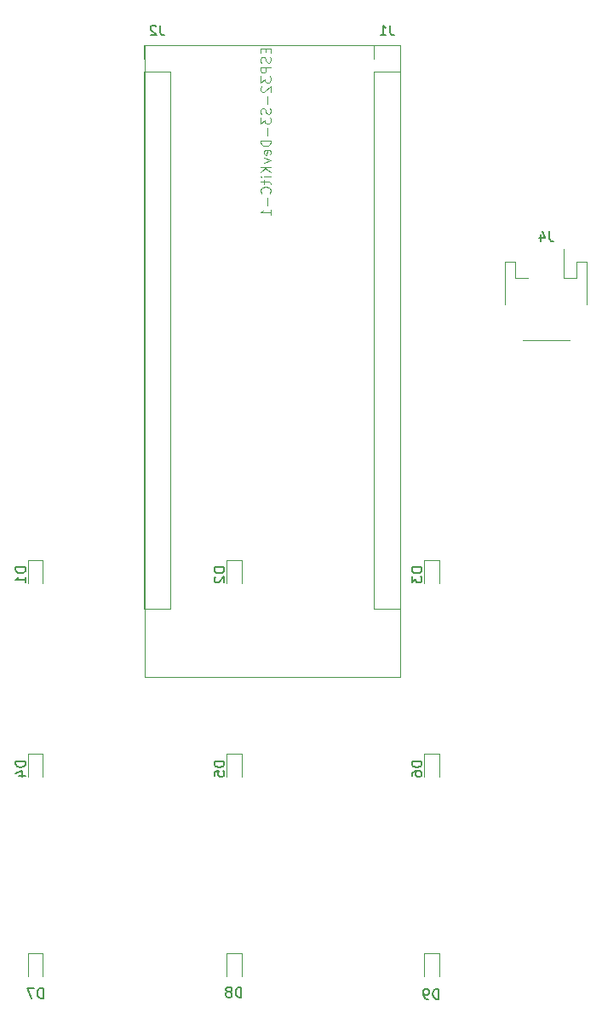
<source format=gbr>
%TF.GenerationSoftware,KiCad,Pcbnew,8.0.3*%
%TF.CreationDate,2024-07-18T02:13:28+08:00*%
%TF.ProjectId,sesto_remote_v2,73657374-6f5f-4726-956d-6f74655f7632,rev?*%
%TF.SameCoordinates,Original*%
%TF.FileFunction,Legend,Bot*%
%TF.FilePolarity,Positive*%
%FSLAX46Y46*%
G04 Gerber Fmt 4.6, Leading zero omitted, Abs format (unit mm)*
G04 Created by KiCad (PCBNEW 8.0.3) date 2024-07-18 02:13:28*
%MOMM*%
%LPD*%
G01*
G04 APERTURE LIST*
%ADD10C,0.100000*%
%ADD11C,0.150000*%
%ADD12C,0.120000*%
G04 APERTURE END LIST*
D10*
X93628609Y-39123884D02*
X93628609Y-39457217D01*
X94152419Y-39600074D02*
X94152419Y-39123884D01*
X94152419Y-39123884D02*
X93152419Y-39123884D01*
X93152419Y-39123884D02*
X93152419Y-39600074D01*
X94104800Y-39981027D02*
X94152419Y-40123884D01*
X94152419Y-40123884D02*
X94152419Y-40361979D01*
X94152419Y-40361979D02*
X94104800Y-40457217D01*
X94104800Y-40457217D02*
X94057180Y-40504836D01*
X94057180Y-40504836D02*
X93961942Y-40552455D01*
X93961942Y-40552455D02*
X93866704Y-40552455D01*
X93866704Y-40552455D02*
X93771466Y-40504836D01*
X93771466Y-40504836D02*
X93723847Y-40457217D01*
X93723847Y-40457217D02*
X93676228Y-40361979D01*
X93676228Y-40361979D02*
X93628609Y-40171503D01*
X93628609Y-40171503D02*
X93580990Y-40076265D01*
X93580990Y-40076265D02*
X93533371Y-40028646D01*
X93533371Y-40028646D02*
X93438133Y-39981027D01*
X93438133Y-39981027D02*
X93342895Y-39981027D01*
X93342895Y-39981027D02*
X93247657Y-40028646D01*
X93247657Y-40028646D02*
X93200038Y-40076265D01*
X93200038Y-40076265D02*
X93152419Y-40171503D01*
X93152419Y-40171503D02*
X93152419Y-40409598D01*
X93152419Y-40409598D02*
X93200038Y-40552455D01*
X94152419Y-40981027D02*
X93152419Y-40981027D01*
X93152419Y-40981027D02*
X93152419Y-41361979D01*
X93152419Y-41361979D02*
X93200038Y-41457217D01*
X93200038Y-41457217D02*
X93247657Y-41504836D01*
X93247657Y-41504836D02*
X93342895Y-41552455D01*
X93342895Y-41552455D02*
X93485752Y-41552455D01*
X93485752Y-41552455D02*
X93580990Y-41504836D01*
X93580990Y-41504836D02*
X93628609Y-41457217D01*
X93628609Y-41457217D02*
X93676228Y-41361979D01*
X93676228Y-41361979D02*
X93676228Y-40981027D01*
X93152419Y-41885789D02*
X93152419Y-42504836D01*
X93152419Y-42504836D02*
X93533371Y-42171503D01*
X93533371Y-42171503D02*
X93533371Y-42314360D01*
X93533371Y-42314360D02*
X93580990Y-42409598D01*
X93580990Y-42409598D02*
X93628609Y-42457217D01*
X93628609Y-42457217D02*
X93723847Y-42504836D01*
X93723847Y-42504836D02*
X93961942Y-42504836D01*
X93961942Y-42504836D02*
X94057180Y-42457217D01*
X94057180Y-42457217D02*
X94104800Y-42409598D01*
X94104800Y-42409598D02*
X94152419Y-42314360D01*
X94152419Y-42314360D02*
X94152419Y-42028646D01*
X94152419Y-42028646D02*
X94104800Y-41933408D01*
X94104800Y-41933408D02*
X94057180Y-41885789D01*
X93247657Y-42885789D02*
X93200038Y-42933408D01*
X93200038Y-42933408D02*
X93152419Y-43028646D01*
X93152419Y-43028646D02*
X93152419Y-43266741D01*
X93152419Y-43266741D02*
X93200038Y-43361979D01*
X93200038Y-43361979D02*
X93247657Y-43409598D01*
X93247657Y-43409598D02*
X93342895Y-43457217D01*
X93342895Y-43457217D02*
X93438133Y-43457217D01*
X93438133Y-43457217D02*
X93580990Y-43409598D01*
X93580990Y-43409598D02*
X94152419Y-42838170D01*
X94152419Y-42838170D02*
X94152419Y-43457217D01*
X93771466Y-43885789D02*
X93771466Y-44647694D01*
X94104800Y-45076265D02*
X94152419Y-45219122D01*
X94152419Y-45219122D02*
X94152419Y-45457217D01*
X94152419Y-45457217D02*
X94104800Y-45552455D01*
X94104800Y-45552455D02*
X94057180Y-45600074D01*
X94057180Y-45600074D02*
X93961942Y-45647693D01*
X93961942Y-45647693D02*
X93866704Y-45647693D01*
X93866704Y-45647693D02*
X93771466Y-45600074D01*
X93771466Y-45600074D02*
X93723847Y-45552455D01*
X93723847Y-45552455D02*
X93676228Y-45457217D01*
X93676228Y-45457217D02*
X93628609Y-45266741D01*
X93628609Y-45266741D02*
X93580990Y-45171503D01*
X93580990Y-45171503D02*
X93533371Y-45123884D01*
X93533371Y-45123884D02*
X93438133Y-45076265D01*
X93438133Y-45076265D02*
X93342895Y-45076265D01*
X93342895Y-45076265D02*
X93247657Y-45123884D01*
X93247657Y-45123884D02*
X93200038Y-45171503D01*
X93200038Y-45171503D02*
X93152419Y-45266741D01*
X93152419Y-45266741D02*
X93152419Y-45504836D01*
X93152419Y-45504836D02*
X93200038Y-45647693D01*
X93152419Y-45981027D02*
X93152419Y-46600074D01*
X93152419Y-46600074D02*
X93533371Y-46266741D01*
X93533371Y-46266741D02*
X93533371Y-46409598D01*
X93533371Y-46409598D02*
X93580990Y-46504836D01*
X93580990Y-46504836D02*
X93628609Y-46552455D01*
X93628609Y-46552455D02*
X93723847Y-46600074D01*
X93723847Y-46600074D02*
X93961942Y-46600074D01*
X93961942Y-46600074D02*
X94057180Y-46552455D01*
X94057180Y-46552455D02*
X94104800Y-46504836D01*
X94104800Y-46504836D02*
X94152419Y-46409598D01*
X94152419Y-46409598D02*
X94152419Y-46123884D01*
X94152419Y-46123884D02*
X94104800Y-46028646D01*
X94104800Y-46028646D02*
X94057180Y-45981027D01*
X93771466Y-47028646D02*
X93771466Y-47790551D01*
X94152419Y-48266741D02*
X93152419Y-48266741D01*
X93152419Y-48266741D02*
X93152419Y-48504836D01*
X93152419Y-48504836D02*
X93200038Y-48647693D01*
X93200038Y-48647693D02*
X93295276Y-48742931D01*
X93295276Y-48742931D02*
X93390514Y-48790550D01*
X93390514Y-48790550D02*
X93580990Y-48838169D01*
X93580990Y-48838169D02*
X93723847Y-48838169D01*
X93723847Y-48838169D02*
X93914323Y-48790550D01*
X93914323Y-48790550D02*
X94009561Y-48742931D01*
X94009561Y-48742931D02*
X94104800Y-48647693D01*
X94104800Y-48647693D02*
X94152419Y-48504836D01*
X94152419Y-48504836D02*
X94152419Y-48266741D01*
X94104800Y-49647693D02*
X94152419Y-49552455D01*
X94152419Y-49552455D02*
X94152419Y-49361979D01*
X94152419Y-49361979D02*
X94104800Y-49266741D01*
X94104800Y-49266741D02*
X94009561Y-49219122D01*
X94009561Y-49219122D02*
X93628609Y-49219122D01*
X93628609Y-49219122D02*
X93533371Y-49266741D01*
X93533371Y-49266741D02*
X93485752Y-49361979D01*
X93485752Y-49361979D02*
X93485752Y-49552455D01*
X93485752Y-49552455D02*
X93533371Y-49647693D01*
X93533371Y-49647693D02*
X93628609Y-49695312D01*
X93628609Y-49695312D02*
X93723847Y-49695312D01*
X93723847Y-49695312D02*
X93819085Y-49219122D01*
X93485752Y-50028646D02*
X94152419Y-50266741D01*
X94152419Y-50266741D02*
X93485752Y-50504836D01*
X94152419Y-50885789D02*
X93152419Y-50885789D01*
X94152419Y-51457217D02*
X93580990Y-51028646D01*
X93152419Y-51457217D02*
X93723847Y-50885789D01*
X94152419Y-51885789D02*
X93485752Y-51885789D01*
X93152419Y-51885789D02*
X93200038Y-51838170D01*
X93200038Y-51838170D02*
X93247657Y-51885789D01*
X93247657Y-51885789D02*
X93200038Y-51933408D01*
X93200038Y-51933408D02*
X93152419Y-51885789D01*
X93152419Y-51885789D02*
X93247657Y-51885789D01*
X93485752Y-52219122D02*
X93485752Y-52600074D01*
X93152419Y-52361979D02*
X94009561Y-52361979D01*
X94009561Y-52361979D02*
X94104800Y-52409598D01*
X94104800Y-52409598D02*
X94152419Y-52504836D01*
X94152419Y-52504836D02*
X94152419Y-52600074D01*
X94057180Y-53504836D02*
X94104800Y-53457217D01*
X94104800Y-53457217D02*
X94152419Y-53314360D01*
X94152419Y-53314360D02*
X94152419Y-53219122D01*
X94152419Y-53219122D02*
X94104800Y-53076265D01*
X94104800Y-53076265D02*
X94009561Y-52981027D01*
X94009561Y-52981027D02*
X93914323Y-52933408D01*
X93914323Y-52933408D02*
X93723847Y-52885789D01*
X93723847Y-52885789D02*
X93580990Y-52885789D01*
X93580990Y-52885789D02*
X93390514Y-52933408D01*
X93390514Y-52933408D02*
X93295276Y-52981027D01*
X93295276Y-52981027D02*
X93200038Y-53076265D01*
X93200038Y-53076265D02*
X93152419Y-53219122D01*
X93152419Y-53219122D02*
X93152419Y-53314360D01*
X93152419Y-53314360D02*
X93200038Y-53457217D01*
X93200038Y-53457217D02*
X93247657Y-53504836D01*
X93771466Y-53933408D02*
X93771466Y-54695313D01*
X94152419Y-55695312D02*
X94152419Y-55123884D01*
X94152419Y-55409598D02*
X93152419Y-55409598D01*
X93152419Y-55409598D02*
X93295276Y-55314360D01*
X93295276Y-55314360D02*
X93390514Y-55219122D01*
X93390514Y-55219122D02*
X93438133Y-55123884D01*
X81580000Y-38820000D02*
X106980000Y-38820000D01*
X106980000Y-101560000D01*
X81580000Y-101560000D01*
X81580000Y-38820000D01*
D11*
X121853333Y-57294819D02*
X121853333Y-58009104D01*
X121853333Y-58009104D02*
X121900952Y-58151961D01*
X121900952Y-58151961D02*
X121996190Y-58247200D01*
X121996190Y-58247200D02*
X122139047Y-58294819D01*
X122139047Y-58294819D02*
X122234285Y-58294819D01*
X120948571Y-57628152D02*
X120948571Y-58294819D01*
X121186666Y-57247200D02*
X121424761Y-57961485D01*
X121424761Y-57961485D02*
X120805714Y-57961485D01*
X109164819Y-109924405D02*
X108164819Y-109924405D01*
X108164819Y-109924405D02*
X108164819Y-110162500D01*
X108164819Y-110162500D02*
X108212438Y-110305357D01*
X108212438Y-110305357D02*
X108307676Y-110400595D01*
X108307676Y-110400595D02*
X108402914Y-110448214D01*
X108402914Y-110448214D02*
X108593390Y-110495833D01*
X108593390Y-110495833D02*
X108736247Y-110495833D01*
X108736247Y-110495833D02*
X108926723Y-110448214D01*
X108926723Y-110448214D02*
X109021961Y-110400595D01*
X109021961Y-110400595D02*
X109117200Y-110305357D01*
X109117200Y-110305357D02*
X109164819Y-110162500D01*
X109164819Y-110162500D02*
X109164819Y-109924405D01*
X108164819Y-111352976D02*
X108164819Y-111162500D01*
X108164819Y-111162500D02*
X108212438Y-111067262D01*
X108212438Y-111067262D02*
X108260057Y-111019643D01*
X108260057Y-111019643D02*
X108402914Y-110924405D01*
X108402914Y-110924405D02*
X108593390Y-110876786D01*
X108593390Y-110876786D02*
X108974342Y-110876786D01*
X108974342Y-110876786D02*
X109069580Y-110924405D01*
X109069580Y-110924405D02*
X109117200Y-110972024D01*
X109117200Y-110972024D02*
X109164819Y-111067262D01*
X109164819Y-111067262D02*
X109164819Y-111257738D01*
X109164819Y-111257738D02*
X109117200Y-111352976D01*
X109117200Y-111352976D02*
X109069580Y-111400595D01*
X109069580Y-111400595D02*
X108974342Y-111448214D01*
X108974342Y-111448214D02*
X108736247Y-111448214D01*
X108736247Y-111448214D02*
X108641009Y-111400595D01*
X108641009Y-111400595D02*
X108593390Y-111352976D01*
X108593390Y-111352976D02*
X108545771Y-111257738D01*
X108545771Y-111257738D02*
X108545771Y-111067262D01*
X108545771Y-111067262D02*
X108593390Y-110972024D01*
X108593390Y-110972024D02*
X108641009Y-110924405D01*
X108641009Y-110924405D02*
X108736247Y-110876786D01*
X109164819Y-90661905D02*
X108164819Y-90661905D01*
X108164819Y-90661905D02*
X108164819Y-90900000D01*
X108164819Y-90900000D02*
X108212438Y-91042857D01*
X108212438Y-91042857D02*
X108307676Y-91138095D01*
X108307676Y-91138095D02*
X108402914Y-91185714D01*
X108402914Y-91185714D02*
X108593390Y-91233333D01*
X108593390Y-91233333D02*
X108736247Y-91233333D01*
X108736247Y-91233333D02*
X108926723Y-91185714D01*
X108926723Y-91185714D02*
X109021961Y-91138095D01*
X109021961Y-91138095D02*
X109117200Y-91042857D01*
X109117200Y-91042857D02*
X109164819Y-90900000D01*
X109164819Y-90900000D02*
X109164819Y-90661905D01*
X108164819Y-91566667D02*
X108164819Y-92185714D01*
X108164819Y-92185714D02*
X108545771Y-91852381D01*
X108545771Y-91852381D02*
X108545771Y-91995238D01*
X108545771Y-91995238D02*
X108593390Y-92090476D01*
X108593390Y-92090476D02*
X108641009Y-92138095D01*
X108641009Y-92138095D02*
X108736247Y-92185714D01*
X108736247Y-92185714D02*
X108974342Y-92185714D01*
X108974342Y-92185714D02*
X109069580Y-92138095D01*
X109069580Y-92138095D02*
X109117200Y-92090476D01*
X109117200Y-92090476D02*
X109164819Y-91995238D01*
X109164819Y-91995238D02*
X109164819Y-91709524D01*
X109164819Y-91709524D02*
X109117200Y-91614286D01*
X109117200Y-91614286D02*
X109069580Y-91566667D01*
X110848094Y-133514819D02*
X110848094Y-132514819D01*
X110848094Y-132514819D02*
X110609999Y-132514819D01*
X110609999Y-132514819D02*
X110467142Y-132562438D01*
X110467142Y-132562438D02*
X110371904Y-132657676D01*
X110371904Y-132657676D02*
X110324285Y-132752914D01*
X110324285Y-132752914D02*
X110276666Y-132943390D01*
X110276666Y-132943390D02*
X110276666Y-133086247D01*
X110276666Y-133086247D02*
X110324285Y-133276723D01*
X110324285Y-133276723D02*
X110371904Y-133371961D01*
X110371904Y-133371961D02*
X110467142Y-133467200D01*
X110467142Y-133467200D02*
X110609999Y-133514819D01*
X110609999Y-133514819D02*
X110848094Y-133514819D01*
X109800475Y-133514819D02*
X109609999Y-133514819D01*
X109609999Y-133514819D02*
X109514761Y-133467200D01*
X109514761Y-133467200D02*
X109467142Y-133419580D01*
X109467142Y-133419580D02*
X109371904Y-133276723D01*
X109371904Y-133276723D02*
X109324285Y-133086247D01*
X109324285Y-133086247D02*
X109324285Y-132705295D01*
X109324285Y-132705295D02*
X109371904Y-132610057D01*
X109371904Y-132610057D02*
X109419523Y-132562438D01*
X109419523Y-132562438D02*
X109514761Y-132514819D01*
X109514761Y-132514819D02*
X109705237Y-132514819D01*
X109705237Y-132514819D02*
X109800475Y-132562438D01*
X109800475Y-132562438D02*
X109848094Y-132610057D01*
X109848094Y-132610057D02*
X109895713Y-132705295D01*
X109895713Y-132705295D02*
X109895713Y-132943390D01*
X109895713Y-132943390D02*
X109848094Y-133038628D01*
X109848094Y-133038628D02*
X109800475Y-133086247D01*
X109800475Y-133086247D02*
X109705237Y-133133866D01*
X109705237Y-133133866D02*
X109514761Y-133133866D01*
X109514761Y-133133866D02*
X109419523Y-133086247D01*
X109419523Y-133086247D02*
X109371904Y-133038628D01*
X109371904Y-133038628D02*
X109324285Y-132943390D01*
X106043333Y-36834819D02*
X106043333Y-37549104D01*
X106043333Y-37549104D02*
X106090952Y-37691961D01*
X106090952Y-37691961D02*
X106186190Y-37787200D01*
X106186190Y-37787200D02*
X106329047Y-37834819D01*
X106329047Y-37834819D02*
X106424285Y-37834819D01*
X105043333Y-37834819D02*
X105614761Y-37834819D01*
X105329047Y-37834819D02*
X105329047Y-36834819D01*
X105329047Y-36834819D02*
X105424285Y-36977676D01*
X105424285Y-36977676D02*
X105519523Y-37072914D01*
X105519523Y-37072914D02*
X105614761Y-37120533D01*
X71518094Y-133444819D02*
X71518094Y-132444819D01*
X71518094Y-132444819D02*
X71279999Y-132444819D01*
X71279999Y-132444819D02*
X71137142Y-132492438D01*
X71137142Y-132492438D02*
X71041904Y-132587676D01*
X71041904Y-132587676D02*
X70994285Y-132682914D01*
X70994285Y-132682914D02*
X70946666Y-132873390D01*
X70946666Y-132873390D02*
X70946666Y-133016247D01*
X70946666Y-133016247D02*
X70994285Y-133206723D01*
X70994285Y-133206723D02*
X71041904Y-133301961D01*
X71041904Y-133301961D02*
X71137142Y-133397200D01*
X71137142Y-133397200D02*
X71279999Y-133444819D01*
X71279999Y-133444819D02*
X71518094Y-133444819D01*
X70613332Y-132444819D02*
X69946666Y-132444819D01*
X69946666Y-132444819D02*
X70375237Y-133444819D01*
X69774819Y-90661905D02*
X68774819Y-90661905D01*
X68774819Y-90661905D02*
X68774819Y-90900000D01*
X68774819Y-90900000D02*
X68822438Y-91042857D01*
X68822438Y-91042857D02*
X68917676Y-91138095D01*
X68917676Y-91138095D02*
X69012914Y-91185714D01*
X69012914Y-91185714D02*
X69203390Y-91233333D01*
X69203390Y-91233333D02*
X69346247Y-91233333D01*
X69346247Y-91233333D02*
X69536723Y-91185714D01*
X69536723Y-91185714D02*
X69631961Y-91138095D01*
X69631961Y-91138095D02*
X69727200Y-91042857D01*
X69727200Y-91042857D02*
X69774819Y-90900000D01*
X69774819Y-90900000D02*
X69774819Y-90661905D01*
X69774819Y-92185714D02*
X69774819Y-91614286D01*
X69774819Y-91900000D02*
X68774819Y-91900000D01*
X68774819Y-91900000D02*
X68917676Y-91804762D01*
X68917676Y-91804762D02*
X69012914Y-91709524D01*
X69012914Y-91709524D02*
X69060533Y-91614286D01*
X89534819Y-109924405D02*
X88534819Y-109924405D01*
X88534819Y-109924405D02*
X88534819Y-110162500D01*
X88534819Y-110162500D02*
X88582438Y-110305357D01*
X88582438Y-110305357D02*
X88677676Y-110400595D01*
X88677676Y-110400595D02*
X88772914Y-110448214D01*
X88772914Y-110448214D02*
X88963390Y-110495833D01*
X88963390Y-110495833D02*
X89106247Y-110495833D01*
X89106247Y-110495833D02*
X89296723Y-110448214D01*
X89296723Y-110448214D02*
X89391961Y-110400595D01*
X89391961Y-110400595D02*
X89487200Y-110305357D01*
X89487200Y-110305357D02*
X89534819Y-110162500D01*
X89534819Y-110162500D02*
X89534819Y-109924405D01*
X88534819Y-111400595D02*
X88534819Y-110924405D01*
X88534819Y-110924405D02*
X89011009Y-110876786D01*
X89011009Y-110876786D02*
X88963390Y-110924405D01*
X88963390Y-110924405D02*
X88915771Y-111019643D01*
X88915771Y-111019643D02*
X88915771Y-111257738D01*
X88915771Y-111257738D02*
X88963390Y-111352976D01*
X88963390Y-111352976D02*
X89011009Y-111400595D01*
X89011009Y-111400595D02*
X89106247Y-111448214D01*
X89106247Y-111448214D02*
X89344342Y-111448214D01*
X89344342Y-111448214D02*
X89439580Y-111400595D01*
X89439580Y-111400595D02*
X89487200Y-111352976D01*
X89487200Y-111352976D02*
X89534819Y-111257738D01*
X89534819Y-111257738D02*
X89534819Y-111019643D01*
X89534819Y-111019643D02*
X89487200Y-110924405D01*
X89487200Y-110924405D02*
X89439580Y-110876786D01*
X89534819Y-90661905D02*
X88534819Y-90661905D01*
X88534819Y-90661905D02*
X88534819Y-90900000D01*
X88534819Y-90900000D02*
X88582438Y-91042857D01*
X88582438Y-91042857D02*
X88677676Y-91138095D01*
X88677676Y-91138095D02*
X88772914Y-91185714D01*
X88772914Y-91185714D02*
X88963390Y-91233333D01*
X88963390Y-91233333D02*
X89106247Y-91233333D01*
X89106247Y-91233333D02*
X89296723Y-91185714D01*
X89296723Y-91185714D02*
X89391961Y-91138095D01*
X89391961Y-91138095D02*
X89487200Y-91042857D01*
X89487200Y-91042857D02*
X89534819Y-90900000D01*
X89534819Y-90900000D02*
X89534819Y-90661905D01*
X88630057Y-91614286D02*
X88582438Y-91661905D01*
X88582438Y-91661905D02*
X88534819Y-91757143D01*
X88534819Y-91757143D02*
X88534819Y-91995238D01*
X88534819Y-91995238D02*
X88582438Y-92090476D01*
X88582438Y-92090476D02*
X88630057Y-92138095D01*
X88630057Y-92138095D02*
X88725295Y-92185714D01*
X88725295Y-92185714D02*
X88820533Y-92185714D01*
X88820533Y-92185714D02*
X88963390Y-92138095D01*
X88963390Y-92138095D02*
X89534819Y-91566667D01*
X89534819Y-91566667D02*
X89534819Y-92185714D01*
X91218094Y-133364819D02*
X91218094Y-132364819D01*
X91218094Y-132364819D02*
X90979999Y-132364819D01*
X90979999Y-132364819D02*
X90837142Y-132412438D01*
X90837142Y-132412438D02*
X90741904Y-132507676D01*
X90741904Y-132507676D02*
X90694285Y-132602914D01*
X90694285Y-132602914D02*
X90646666Y-132793390D01*
X90646666Y-132793390D02*
X90646666Y-132936247D01*
X90646666Y-132936247D02*
X90694285Y-133126723D01*
X90694285Y-133126723D02*
X90741904Y-133221961D01*
X90741904Y-133221961D02*
X90837142Y-133317200D01*
X90837142Y-133317200D02*
X90979999Y-133364819D01*
X90979999Y-133364819D02*
X91218094Y-133364819D01*
X90075237Y-132793390D02*
X90170475Y-132745771D01*
X90170475Y-132745771D02*
X90218094Y-132698152D01*
X90218094Y-132698152D02*
X90265713Y-132602914D01*
X90265713Y-132602914D02*
X90265713Y-132555295D01*
X90265713Y-132555295D02*
X90218094Y-132460057D01*
X90218094Y-132460057D02*
X90170475Y-132412438D01*
X90170475Y-132412438D02*
X90075237Y-132364819D01*
X90075237Y-132364819D02*
X89884761Y-132364819D01*
X89884761Y-132364819D02*
X89789523Y-132412438D01*
X89789523Y-132412438D02*
X89741904Y-132460057D01*
X89741904Y-132460057D02*
X89694285Y-132555295D01*
X89694285Y-132555295D02*
X89694285Y-132602914D01*
X89694285Y-132602914D02*
X89741904Y-132698152D01*
X89741904Y-132698152D02*
X89789523Y-132745771D01*
X89789523Y-132745771D02*
X89884761Y-132793390D01*
X89884761Y-132793390D02*
X90075237Y-132793390D01*
X90075237Y-132793390D02*
X90170475Y-132841009D01*
X90170475Y-132841009D02*
X90218094Y-132888628D01*
X90218094Y-132888628D02*
X90265713Y-132983866D01*
X90265713Y-132983866D02*
X90265713Y-133174342D01*
X90265713Y-133174342D02*
X90218094Y-133269580D01*
X90218094Y-133269580D02*
X90170475Y-133317200D01*
X90170475Y-133317200D02*
X90075237Y-133364819D01*
X90075237Y-133364819D02*
X89884761Y-133364819D01*
X89884761Y-133364819D02*
X89789523Y-133317200D01*
X89789523Y-133317200D02*
X89741904Y-133269580D01*
X89741904Y-133269580D02*
X89694285Y-133174342D01*
X89694285Y-133174342D02*
X89694285Y-132983866D01*
X89694285Y-132983866D02*
X89741904Y-132888628D01*
X89741904Y-132888628D02*
X89789523Y-132841009D01*
X89789523Y-132841009D02*
X89884761Y-132793390D01*
X69774819Y-109924405D02*
X68774819Y-109924405D01*
X68774819Y-109924405D02*
X68774819Y-110162500D01*
X68774819Y-110162500D02*
X68822438Y-110305357D01*
X68822438Y-110305357D02*
X68917676Y-110400595D01*
X68917676Y-110400595D02*
X69012914Y-110448214D01*
X69012914Y-110448214D02*
X69203390Y-110495833D01*
X69203390Y-110495833D02*
X69346247Y-110495833D01*
X69346247Y-110495833D02*
X69536723Y-110448214D01*
X69536723Y-110448214D02*
X69631961Y-110400595D01*
X69631961Y-110400595D02*
X69727200Y-110305357D01*
X69727200Y-110305357D02*
X69774819Y-110162500D01*
X69774819Y-110162500D02*
X69774819Y-109924405D01*
X69108152Y-111352976D02*
X69774819Y-111352976D01*
X68727200Y-111114881D02*
X69441485Y-110876786D01*
X69441485Y-110876786D02*
X69441485Y-111495833D01*
X83183333Y-36834819D02*
X83183333Y-37549104D01*
X83183333Y-37549104D02*
X83230952Y-37691961D01*
X83230952Y-37691961D02*
X83326190Y-37787200D01*
X83326190Y-37787200D02*
X83469047Y-37834819D01*
X83469047Y-37834819D02*
X83564285Y-37834819D01*
X82754761Y-36930057D02*
X82707142Y-36882438D01*
X82707142Y-36882438D02*
X82611904Y-36834819D01*
X82611904Y-36834819D02*
X82373809Y-36834819D01*
X82373809Y-36834819D02*
X82278571Y-36882438D01*
X82278571Y-36882438D02*
X82230952Y-36930057D01*
X82230952Y-36930057D02*
X82183333Y-37025295D01*
X82183333Y-37025295D02*
X82183333Y-37120533D01*
X82183333Y-37120533D02*
X82230952Y-37263390D01*
X82230952Y-37263390D02*
X82802380Y-37834819D01*
X82802380Y-37834819D02*
X82183333Y-37834819D01*
D12*
%TO.C,J4*%
X117460000Y-60330000D02*
X117460000Y-64580000D01*
X118480000Y-60330000D02*
X117460000Y-60330000D01*
X119760000Y-61930000D02*
X118480000Y-61930000D01*
X118480000Y-61930000D02*
X118480000Y-60330000D01*
X123280000Y-59040000D02*
X123280000Y-61930000D01*
X119180000Y-68150000D02*
X123860000Y-68150000D01*
X123280000Y-61930000D02*
X124560000Y-61930000D01*
X124560000Y-61930000D02*
X124560000Y-60330000D01*
X125580000Y-60330000D02*
X125580000Y-64580000D01*
X124560000Y-60330000D02*
X125580000Y-60330000D01*
%TO.C,D6*%
X109405000Y-109177500D02*
X109405000Y-111462500D01*
X110875000Y-109177500D02*
X109405000Y-109177500D01*
X110875000Y-111462500D02*
X110875000Y-109177500D01*
%TO.C,D3*%
X109405000Y-89915000D02*
X109405000Y-92200000D01*
X110875000Y-89915000D02*
X109405000Y-89915000D01*
X110875000Y-92200000D02*
X110875000Y-89915000D01*
%TO.C,D9*%
X109405000Y-128985000D02*
X109405000Y-131270000D01*
X110875000Y-128985000D02*
X109405000Y-128985000D01*
X110875000Y-131270000D02*
X110875000Y-128985000D01*
%TO.C,J1*%
X104380000Y-38820000D02*
X105710000Y-38820000D01*
X104380000Y-40150000D02*
X104380000Y-38820000D01*
X104380000Y-41420000D02*
X107040000Y-41420000D01*
X104380000Y-94820000D02*
X104380000Y-41420000D01*
X104380000Y-94820000D02*
X107040000Y-94820000D01*
X107040000Y-94820000D02*
X107040000Y-41420000D01*
%TO.C,D7*%
X70015000Y-129005000D02*
X70015000Y-131290000D01*
X71485000Y-129005000D02*
X70015000Y-129005000D01*
X71485000Y-131290000D02*
X71485000Y-129005000D01*
%TO.C,D1*%
X70015000Y-89915000D02*
X70015000Y-92200000D01*
X71485000Y-89915000D02*
X70015000Y-89915000D01*
X71485000Y-92200000D02*
X71485000Y-89915000D01*
%TO.C,D5*%
X89775000Y-109177500D02*
X89775000Y-111462500D01*
X91245000Y-109177500D02*
X89775000Y-109177500D01*
X91245000Y-111462500D02*
X91245000Y-109177500D01*
%TO.C,D2*%
X89775000Y-89915000D02*
X89775000Y-92200000D01*
X91245000Y-89915000D02*
X89775000Y-89915000D01*
X91245000Y-92200000D02*
X91245000Y-89915000D01*
%TO.C,D8*%
X89775000Y-128977500D02*
X89775000Y-131262500D01*
X91245000Y-128977500D02*
X89775000Y-128977500D01*
X91245000Y-131262500D02*
X91245000Y-128977500D01*
%TO.C,D4*%
X70015000Y-109177500D02*
X70015000Y-111462500D01*
X71485000Y-109177500D02*
X70015000Y-109177500D01*
X71485000Y-111462500D02*
X71485000Y-109177500D01*
%TO.C,J2*%
X81520000Y-38820000D02*
X82850000Y-38820000D01*
X81520000Y-40150000D02*
X81520000Y-38820000D01*
X81520000Y-41420000D02*
X84180000Y-41420000D01*
X81520000Y-94820000D02*
X81520000Y-41420000D01*
X81520000Y-94820000D02*
X84180000Y-94820000D01*
X84180000Y-94820000D02*
X84180000Y-41420000D01*
%TD*%
M02*

</source>
